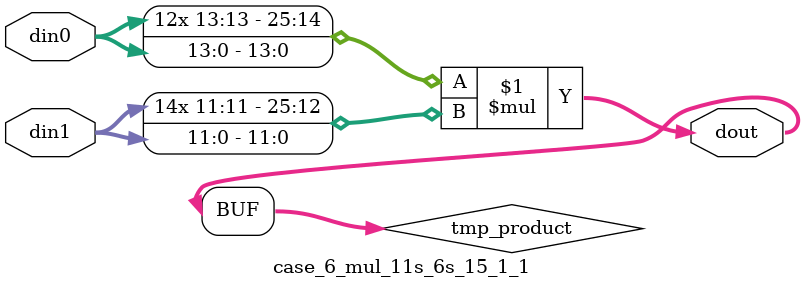
<source format=v>

`timescale 1 ns / 1 ps

 module case_6_mul_11s_6s_15_1_1(din0, din1, dout);
parameter ID = 1;
parameter NUM_STAGE = 0;
parameter din0_WIDTH = 14;
parameter din1_WIDTH = 12;
parameter dout_WIDTH = 26;

input [din0_WIDTH - 1 : 0] din0; 
input [din1_WIDTH - 1 : 0] din1; 
output [dout_WIDTH - 1 : 0] dout;

wire signed [dout_WIDTH - 1 : 0] tmp_product;



























assign tmp_product = $signed(din0) * $signed(din1);








assign dout = tmp_product;





















endmodule

</source>
